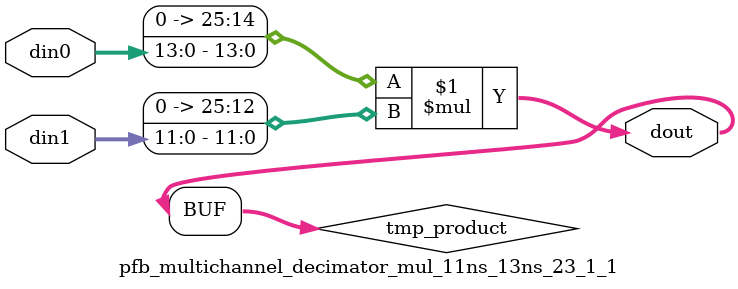
<source format=v>

`timescale 1 ns / 1 ps

  module pfb_multichannel_decimator_mul_11ns_13ns_23_1_1(din0, din1, dout);
parameter ID = 1;
parameter NUM_STAGE = 0;
parameter din0_WIDTH = 14;
parameter din1_WIDTH = 12;
parameter dout_WIDTH = 26;

input [din0_WIDTH - 1 : 0] din0; 
input [din1_WIDTH - 1 : 0] din1; 
output [dout_WIDTH - 1 : 0] dout;

wire signed [dout_WIDTH - 1 : 0] tmp_product;










assign tmp_product = $signed({1'b0, din0}) * $signed({1'b0, din1});











assign dout = tmp_product;







endmodule

</source>
